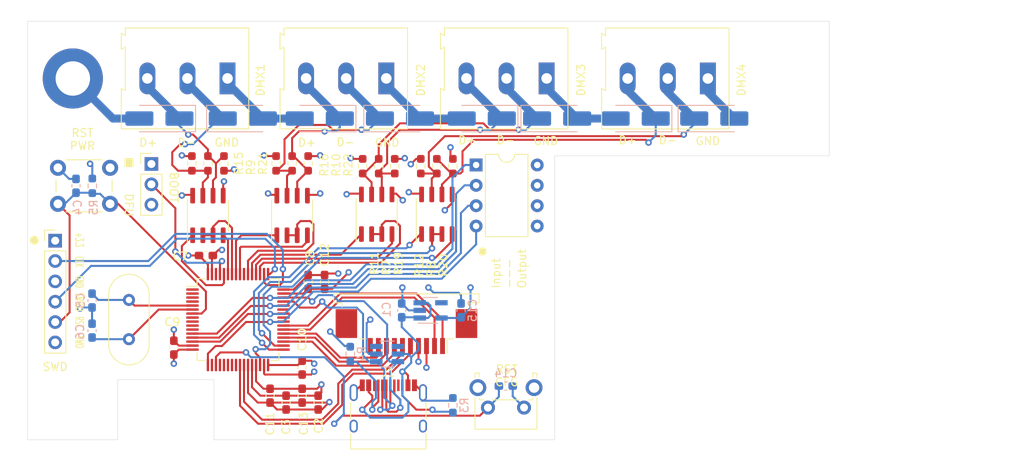
<source format=kicad_pcb>
(kicad_pcb (version 20221018) (generator pcbnew)
  (layers (0 "F.Cu" signal) (1 "In1.Cu" signal) (2 "In2.Cu" signal) (31 "B.Cu" signal) (34 "B.Paste" user) (35 "F.Paste" user) (36 "B.SilkS" user "B.Silkscreen") (37 "F.SilkS" user "F.Silkscreen") (38 "B.Mask" user) (39 "F.Mask" user) (44 "Edge.Cuts" user))
  (net 0 "")
  (net 1 "+5V")
  (net 2 "GND")
  (net 3 "NRST")
  (net 4 "/SWCLK")
  (net 5 "Net-(U3-PF0)")
  (net 6 "Net-(U3-PF1)")
  (net 7 "+3V3")
  (net 8 "Net-(D5-A1)")
  (net 9 "Net-(D6-A1)")
  (net 10 "Net-(D7-A1)")
  (net 11 "Net-(D8-A1)")
  (net 12 "Net-(D9-A1)")
  (net 13 "Net-(D10-A1)")
  (net 14 "Net-(D11-A1)")
  (net 15 "/SWDIO")
  (net 16 "/SWO")
  (net 17 "Net-(D12-A1)")
  (net 18 "Net-(J1-CC1)")
  (net 19 "USB+")
  (net 20 "USB-")
  (net 22 "Net-(J1-CC2)")
  (net 24 "Net-(JP1-C)")
  (net 25 "Net-(U3-PA0)")
  (net 26 "Net-(U3-PA1)")
  (net 27 "Net-(U3-PA2)")
  (net 28 "Net-(U3-PA3)")
  (net 36 "DMX2_TX")
  (net 37 "DMX2_RX")
  (net 38 "DMX2_DE")
  (net 47 "DMX4_TX")
  (net 48 "DMX4_RX")
  (net 49 "DMX4_DE")
  (net 50 "DMX1_TX")
  (net 51 "DMX1_RX")
  (net 52 "DMX3_DE")
  (net 53 "DMX3_TX")
  (net 54 "DMX3_RX")
  (net 55 "DMX1_DE")
  (net 58 "SDA")
  (net 59 "SCL")
  (net 67 "Net-(U3-PA5)")
  (net 68 "Net-(J2-Pin_7)")
  (net 69 "Net-(J2-Pin_8)")
  (net 70 "Net-(J2-Pin_9)")
  (net 71 "Net-(J2-Pin_5)")
  (net 73 "Net-(J2-Pin_6)")
  (footprint "Resistor_SMD:R_0603_1608Metric_Pad0.98x0.95mm_HandSolder" (layer "F.Cu") (at 74.55 93.35 -90)
    (fp_text reference "R7")
    (fp_text value "130")
  )
  (footprint "Resistor_SMD:R_0603_1608Metric_Pad0.98x0.95mm_HandSolder" (layer "F.Cu") (at 61.75 93 90)
    (fp_text reference "R16")
    (fp_text value "560")
  )
  (footprint "TerminalBlock:TerminalBlock_Altech_AK300-3_P5.00mm" (layer "F.Cu") (at 115.6 82.4 180)
    (fp_text reference "J4" hide)
    (fp_text value "DMX")
  )
  (footprint "TerminalBlock:TerminalBlock_Altech_AK300-3_P5.00mm" (layer "F.Cu") (at 95.495 82.39 180)
    (fp_text reference "J3" hide)
    (fp_text value "DMX")
  )
  (footprint "TerminalBlock:TerminalBlock_Altech_AK300-3_P5.00mm" (layer "F.Cu") (at 75.495 82.39 180)
    (fp_text reference "J6" hide)
    (fp_text value "DMX")
  )
  (footprint "Capacitor_SMD:C_0603_1608Metric_Pad1.08x0.95mm_HandSolder" (layer "F.Cu") (at 65.75 107.8 90)
    (fp_text reference "C8")
    (fp_text value "100nF")
  )
  (footprint "Capacitor_SMD:C_0603_1608Metric_Pad1.08x0.95mm_HandSolder" (layer "F.Cu") (at 61 122 90)
    (fp_text reference "C11")
    (fp_text value "10nF")
  )
  (footprint "Resistor_SMD:R_0603_1608Metric_Pad0.98x0.95mm_HandSolder" (layer "F.Cu") (at 65.75 93 90)
    (fp_text reference "R22")
    (fp_text value "560")
  )
  (footprint "Connector_PinHeader_2.54mm:PinHeader_1x06_P2.54mm_Vertical" (layer "F.Cu") (at 34.2 102.65)
    (fp_text reference "J8" hide)
    (fp_text value "SWD")
  )
  (footprint "Connector_FFC-FPC:TE_1-84953-0_1x10-1MP_P1.0mm_Horizontal" (layer "F.Cu") (at 78.01 114 180)
    (fp_text reference "J2" hide)
    (fp_text value "Subboard")
  )
  (footprint "TerminalBlock:TerminalBlock_Altech_AK300-3_P5.00mm" (layer "F.Cu") (at 55.695 82.39 180)
    (fp_text reference "J5" hide)
    (fp_text value "DMX")
  )
  (footprint "Capacitor_SMD:C_0603_1608Metric_Pad1.08x0.95mm_HandSolder" (layer "F.Cu") (at 67.8 107.8 90)
    (fp_text reference "C12")
    (fp_text value "4.7uF")
  )
  (footprint "Package_DIP:DIP-8_W7.62mm" (layer "F.Cu") (at 86.7 93.2)
    (fp_text reference "SW2" hide)
    (fp_text value "SW_DIP_x04")
  )
  (footprint "MountingHole:MountingHole_3.2mm_M3" (layer "F.Cu") (at 36.8 123.2)
    (fp_text reference "REF**" hide)
    (fp_text value "MountingHole_3.2mm_M3")
  )
  (footprint "Resistor_SMD:R_0603_1608Metric_Pad0.98x0.95mm_HandSolder" (layer "F.Cu") (at 81.8 93.35 90)
    (fp_text reference "R8")
    (fp_text value "130")
  )
  (footprint "Button_Switch_THT:SW_PUSH_6mm" (layer "F.Cu") (at 34.55 93.55)
    (fp_text reference "SW1" hide)
    (fp_text value "SW_Push")
  )
  (footprint "Capacitor_SMD:C_0603_1608Metric_Pad1.08x0.95mm_HandSolder" (layer "F.Cu") (at 53 104.5 180)
    (fp_text reference "C7")
    (fp_text value "100nF")
  )
  (footprint "Package_SO:SOIC-8_3.9x4.9mm_P1.27mm" (layer "F.Cu") (at 74.3 99.35 90)
    (fp_text reference "U6" hide)
    (fp_text value "MAX3440E")
  )
  (footprint "MountingHole:MountingHole_3.2mm_M3" (layer "F.Cu") (at 91.5 113)
    (fp_text reference "REF**" hide)
    (fp_text value "MountingHole_3.2mm_M3")
  )
  (footprint "Package_QFP:LQFP-64_10x10mm_P0.5mm" (layer "F.Cu") (at 57 112.5)
    (fp_text reference "U3" hide)
    (fp_text value "STM32G474RET")
  )
  (footprint "Capacitor_SMD:C_0603_1608Metric_Pad1.08x0.95mm_HandSolder" (layer "F.Cu") (at 65 118.5 90)
    (fp_text reference "C10")
    (fp_text value "100nF")
  )
  (footprint "Resistor_SMD:R_0603_1608Metric_Pad0.98x0.95mm_HandSolder" (layer "F.Cu") (at 55.25 93 -90)
    (fp_text reference "R21")
    (fp_text value "560")
  )
  (footprint "Capacitor_SMD:C_0603_1608Metric_Pad1.08x0.95mm_HandSolder" (layer "F.Cu") (at 63 122.8625 -90)
    (fp_text reference "C3")
    (fp_text value "100nF")
  )
  (footprint "Resistor_SMD:R_0603_1608Metric_Pad0.98x0.95mm_HandSolder" (layer "F.Cu") (at 63.75 93 90)
    (fp_text reference "R10")
    (fp_text value "130")
  )
  (footprint "Capacitor_SMD:C_0603_1608Metric_Pad1.08x0.95mm_HandSolder" (layer "F.Cu") (at 67 122.8625 -90)
    (fp_text reference "C2")
    (fp_text value "1uF")
  )
  (footprint "Resistor_SMD:R_0603_1608Metric_Pad0.98x0.95mm_HandSolder" (layer "F.Cu") (at 79.8 93.35 90)
    (fp_text reference "R12")
    (fp_text value "560")
  )
  (footprint "Package_SO:SOIC-8_3.9x4.9mm_P1.27mm" (layer "F.Cu") (at 63.75 99.5 90)
    (fp_text reference "U7" hide)
    (fp_text value "MAX3440E")
  )
  (footprint "Crystal:Crystal_HC18-U_Vertical" (layer "F.Cu") (at 43.4 110.05 -90)
    (fp_text reference "Y1" hide)
    (fp_text value "25MHz")
  )
  (footprint "Button_Switch_THT:SW_Tactile_SPST_Angled_PTS645Vx39-2LFS" (layer "F.Cu") (at 92.675 123.4875 180)
    (fp_text reference "SW3" hide)
    (fp_text value "SW_Push")
  )
  (footprint "Resistor_SMD:R_0603_1608Metric_Pad0.98x0.95mm_HandSolder" (layer "F.Cu") (at 83.8 93.35 -90)
    (fp_text reference "R20")
    (fp_text value "560")
  )
  (footprint "Resistor_SMD:R_0603_1608Metric_Pad0.98x0.95mm_HandSolder" (layer "F.Cu") (at 72.55 93.35 90)
    (fp_text reference "R11")
    (fp_text value "560")
  )
  (footprint "Resistor_SMD:R_0603_1608Metric_Pad0.98x0.95mm_HandSolder" (layer "F.Cu") (at 51.25 93 90)
    (fp_text reference "R15")
    (fp_text value "560")
  )
  (footprint "Capacitor_SMD:C_0603_1608Metric_Pad1.08x0.95mm_HandSolder" (layer "F.Cu") (at 49 116 -90)
    (fp_text reference "C9")
    (fp_text value "100nF")
  )
  (footprint "Capacitor_SMD:C_0603_1608Metric_Pad1.08x0.95mm_HandSolder" (layer "F.Cu") (at 65 122 90)
    (fp_text reference "C13")
    (fp_text value "1uF")
  )
  (footprint "Resistor_SMD:R_0603_1608Metric_Pad0.98x0.95mm_HandSolder" (layer "F.Cu") (at 76.55 93.35 -90)
    (fp_text reference "R19")
    (fp_text value "560")
  )
  (footprint "Package_SO:SOIC-8_3.9x4.9mm_P1.27mm" (layer "F.Cu") (at 81.8 99.35 90)
    (fp_text reference "U5" hide)
    (fp_text value "MAX3440E")
  )
  (footprint "Package_SO:SOIC-8_3.9x4.9mm_P1.27mm" (layer "F.Cu") (at 53.25 99.5 90)
    (fp_text reference "U8" hide)
    (fp_text value "MAX3440E")
  )
  (footprint "Resistor_SMD:R_0603_1608Metric_Pad0.98x0.95mm_HandSolder" (layer "F.Cu") (at 53.25 93 90)
    (fp_text reference "R9")
    (fp_text value "130")
  )
  (footprint "Connector_PinHeader_2.54mm:PinHeader_1x03_P2.54mm_Vertical" (layer "F.Cu") (at 46.2 93.075)
    (fp_text reference "JP1" hide)
    (fp_text value "Jumper_3_Bridged12")
  )
  (footprint "MountingHole:MountingHole_3.2mm_M3" (layer "F.Cu") (at 124 82.6)
    (fp_text reference "REF**" hide)
    (fp_text value "MountingHole_3.2mm_M3")
  )
  (footprint "Connector_USB:USB_C_Receptacle_HRO_TYPE-C-31-M-12" (layer "F.Cu") (at 75.75 124.75)
    (fp_text reference "J1")
    (fp_text value "USB_C_Receptacle_USB2.0")
  )
  (footprint "Resistor_SMD:R_0603_1608Metric_Pad0.98x0.95mm_HandSolder" (layer "B.Cu") (at 71 116.8 90)
    (fp_text reference "R4")
    (fp_text value "5K1")
  )
  (footprint "Resistor_SMD:R_0603_1608Metric_Pad0.98x0.95mm_HandSolder" (layer "B.Cu") (at 38.83 95.8 -90)
    (fp_text reference "R5")
    (fp_text value "4K7")
  )
  (footprint "Capacitor_SMD:C_0603_1608Metric_Pad1.08x0.95mm_HandSolder" (layer "B.Cu") (at 36.8 95.8 90)
    (fp_text reference "C4")
    (fp_text value "100nF")
  )
  (footprint "Resistor_SMD:R_0603_1608Metric_Pad0.98x0.95mm_HandSolder" (layer "B.Cu") (at 83.8 123.2 90)
    (fp_text reference "R3")
    (fp_text value "5K1")
  )
  (footprint "Diode_SMD:D_SMA_Handsoldering" (layer "B.Cu") (at 67.2 87.4 180)
    (fp_text reference "D11" hide)
    (fp_text value "D_TVS")
  )
  (footprint "Capacitor_SMD:C_0603_1608Metric_Pad1.08x0.95mm_HandSolder" (layer "B.Cu") (at 38.8 110.125 -90)
    (fp_text reference "C5")
    (fp_text value "20pF")
  )
  (footprint "Diode_SMD:D_SMA_Handsoldering" (layer "B.Cu") (at 106.6 87.4 180)
    (fp_text reference "D7" hide)
    (fp_text value "D_TVS")
  )
  (footprint "Diode_SMD:D_SMA_Handsoldering" (layer "B.Cu") (at 57.6 87.4)
    (fp_text reference "D10" hide)
    (fp_text value "D_TVS")
  )
  (footprint "Capacitor_SMD:C_0603_1608Metric_Pad1.08x0.95mm_HandSolder" (layer "B.Cu") (at 77.42 111.35 90)
    (fp_text reference "C1")
    (fp_text value "1μF")
  )
  (footprint "Capacitor_SMD:C_0603_1608Metric_Pad1.08x0.95mm_HandSolder" (layer "B.Cu") (at 84.82 111.35 90)
    (fp_text reference "C15")
    (fp_text value "1μF")
  )
  (footprint "Diode_SMD:D_SMA_Handsoldering" (layer "B.Cu") (at 47.2 87.4 180)
    (fp_text reference "D9" hide)
    (fp_text value "D_TVS")
  )
  (footprint "Diode_SMD:D_SMA_Handsoldering" (layer "B.Cu") (at 116.4 87.4)
    (fp_text reference "D8" hide)
    (fp_text value "D_TVS")
  )
  (footprint "Capacitor_SMD:C_0603_1608Metric_Pad1.08x0.95mm_HandSolder" (layer "B.Cu") (at 38.8 113.875 90)
    (fp_text reference "C6")
    (fp_text value "20pF")
  )
  (footprint "MountingHole:MountingHole_4.3mm_M4_DIN965_Pad" (layer "B.Cu") (at 36.4 82.4 180)
    (fp_text reference "J9" hide)
    (fp_text value "Conn_01x01")
  )
  (footprint "Diode_SMD:D_SMA_Handsoldering" (layer "B.Cu") (at 77.2 87.4)
    (fp_text reference "D12" hide)
    (fp_text value "D_TVS")
  )
  (footprint "Package_TO_SOT_SMD:SOT-23-6_Handsoldering" (layer "B.Cu") (at 75.6 116.8)
    (fp_text reference "U1" hide)
    (fp_text value "ESDALD05UD4")
  )
  (footprint "Diode_SMD:D_SMA_Handsoldering" (layer "B.Cu") (at 96.8 87.4)
    (fp_text reference "D6" hide)
    (fp_text value "D_TVS")
  )
  (footprint "Package_TO_SOT_SMD:SOT-23-5_HandSoldering" (layer "B.Cu") (at 81.02 111.35)
    (fp_text reference "U2" hide)
    (fp_text value "AP2112K-3.3")
  )
  (footprint "Diode_SMD:D_SMA_Handsoldering" (layer "B.Cu") (at 87.4 87.4 180)
    (fp_text reference "D5" hide)
    (fp_text value "D_TVS")
  )
  (footprint "Capacitor_SMD:C_0603_1608Metric_Pad1.08x0.95mm_HandSolder" (layer "B.Cu") (at 90.4 120.8)
    (fp_text reference "C14")
    (fp_text value "100nF")
  )
  (gr_circle (center 87.5 104) (end 87.947214 104) (stroke (width 0.12)) (fill solid) (layer "F.SilkS"))
  (gr_rect (start 42.902046 92.4) (end 43.897955 93.4) (stroke (width 0.12)) (fill solid) (layer "F.SilkS"))
  (gr_circle (center 31.6 102.6) (end 32.095909 102.6) (stroke (width 0.12)) (fill solid) (layer "F.SilkS"))
  (gr_poly (pts (xy 30.75 75.25) (xy 130.75 75.25) (xy 130.75 92.05) (xy 96.5 92.05) (xy 96.5 127.5) (xy 54 127.5) (xy 54 120) (xy 42 120) (xy 42 127.5) (xy 30.75 127.5)) (stroke (width 0.05)) (fill none) (layer "Edge.Cuts"))
  (gr_text "D+" (at 105.6 90.1) (layer "F.SilkS") (effects (font (size 1 1))))
  (gr_text "D+" (at 85.6 90.1) (layer "F.SilkS") (effects (font (size 1 1))))
  (gr_text "D-" (at 50.6 90.4) (layer "F.SilkS") (effects (font (size 1 1))))
  (gr_text "D+" (at 45.8 90.4) (layer "F.SilkS") (effects (font (size 1 1))))
  (gr_text "SWO" (at 37.2 115.3 270) (layer "F.SilkS") (effects (font (size 1 0.5) (thickness 0.125))))
  (gr_text "GND" (at 115.6 90.2) (layer "F.SilkS") (effects (font (size 1 1))))
  (gr_text "SWDIO" (at 37.2 110.3 270) (layer "F.SilkS") (effects (font (size 1 0.5) (thickness 0.125))))
  (gr_text "DMX3" (at 99.8 82.6 90) (layer "F.SilkS") (effects (font (size 1 1))))
  (gr_text "SWD" (at 34.2 118.4) (layer "F.SilkS") (effects (font (size 1 1))))
  (gr_text "D+" (at 65.6 90.4) (layer "F.SilkS") (effects (font (size 1 1))))
  (gr_text "D-" (at 70.4 90.35) (layer "F.SilkS") (effects (font (size 1 1))))
  (gr_text "D-" (at 90.4 90.1) (layer "F.SilkS") (effects (font (size 1 1))))
  (gr_text "D-" (at 110.6 90.1) (layer "F.SilkS") (effects (font (size 1 1))))
  (gr_text "+3.3" (at 37.2 102.55 270) (layer "F.SilkS") (effects (font (size 1 0.5) (thickness 0.125))))
  (gr_text "GND" (at 55.6 90.4) (layer "F.SilkS") (effects (font (size 1 1))))
  (gr_text "GND" (at 75.6 90.4) (layer "F.SilkS") (effects (font (size 1 1))))
  (gr_text "DFU\n" (at 43.4 98.2 270) (layer "F.SilkS") (effects (font (size 1 1))))
  (gr_text "DMX4" (at 119.8 82.6 90) (layer "F.SilkS") (effects (font (size 1 1))))
  (gr_text "GND" (at 95.4 90.2) (layer "F.SilkS") (effects (font (size 1 1))))
  (gr_text "Input\n---\nOutput" (at 93 108.7 90) (layer "F.SilkS") (effects (font (size 1 1)) (justify left bottom)))
  (gr_text "GND" (at 37.2 107.8 270) (layer "F.SilkS") (effects (font (size 1 0.5) (thickness 0.125))))
  (gr_text "DMX2" (at 79.8 82.6 90) (layer "F.SilkS") (effects (font (size 1 1))))
  (gr_text "RST" (at 37.2 112.8 270) (layer "F.SilkS") (effects (font (size 1 0.5) (thickness 0.125))))
  (gr_text "RST\nCFG" (at 90.5 119.5) (layer "F.SilkS") (effects (font (size 1 1))))
  (gr_text "CLK" (at 37.2 105.3 270) (layer "F.SilkS") (effects (font (size 1 0.5) (thickness 0.125))))
  (gr_text "BOOT" (at 49 96 270) (layer "F.SilkS") (effects (font (size 1 1))))
  (gr_text "RST\nPWR" (at 37.6 90) (layer "F.SilkS") (effects (font (size 1 1))))
  (gr_text "DMX1" (at 59.8 82.6 90) (layer "F.SilkS") (effects (font (size 1 1))))
  (segment (start 73.75 122.5) (end 72.5 123.75) (width 0.25) (layer "F.Cu") (net 1))
  (segment (start 77.5 119) (end 77.75 119) (width 0.25) (layer "F.Cu") (net 1))
  (segment (start 73.3 120.705) (end 73.3 121.55) (width 0.25) (layer "F.Cu") (net 1))
  (segment (start 73.75 122) (end 73.75 122.5) (width 0.25) (layer "F.Cu") (net 1))
  (segment (start 77.75 119) (end 78.2 119.45) (width 0.25) (layer "F.Cu") (net 1))
  (segment (start 78.2 119.45) (end 78.2 120.705) (width 0.25) (layer "F.Cu") (net 1))
  (segment (start 73.3 121.55) (end 73.75 122) (width 0.25) (layer "F.Cu") (net 1))
  (via (at 77.5 119) (size 0.8) (drill 0.4) (layers "F.Cu" "B.Cu") (net 1))
  (via (at 72.5 123.75) (size 0.8) (drill 0.4) (layers "F.Cu" "B.Cu") (net 1))
  (segment (start 77.5 122) (end 77.5 119) (width 0.25) (layer "B.Cu") (net 1))
  (segment (start 77.42 112.2125) (end 79.5825 112.2125) (width 0.25) (layer "B.Cu") (net 1))
  (segment (start 78.25 122.75) (end 77.5 122) (width 0.25) (layer "B.Cu") (net 1))
  (segment (start 78.6 117.2) (end 78.2 116.8) (width 0.25) (layer "B.Cu") (net 1))
  (segment (start 72.5 123.75) (end 73.5 124.75) (width 0.25) (layer "B.Cu") (net 1))
  (segment (start 81 110.75) (end 80.65 110.4) (width 0.25) (layer "B.Cu") (net 1))
  (segment (start 79.5825 112.2125) (end 79.67 112.3) (width 0.25) (layer "B.Cu") (net 1))
  (segment (start 77.5 119) (end 78.6 117.9) (width 0.25) (layer "B.Cu") (net 1))
  (segment (start 80.65 110.4) (end 79.67 110.4) (width 0.25) (layer "B.Cu") (net 1))
  (segment (start 78.25 124) (end 78.25 122.75) (width 0.25) (layer "B.Cu") (net 1))
  (segment (start 79.67 112.3) (end 80.7 112.3) (width 0.25) (layer "B.Cu") (net 1))
  (segment (start 77.42 113.42) (end 77.42 112.2125) (width 0.25) (layer "B.Cu") (net 1))
  (segment (start 79.5 115.5) (end 77.42 113.42) (width 0.25) (layer "B.Cu") (net 1))
  (segment (start 78.6 117.9) (end 78.6 117.2) (width 0.25) (layer "B.Cu") (net 1))
  (segment (start 81 112) (end 81 110.75) (width 0.25) (layer "B.Cu") (net 1))
  (segment (start 80.7 112.3) (end 81 112) (width 0.25) (layer "B.Cu") (net 1))
  (segment (start 73.5 124.75) (end 77.5 124.75) (width 0.25) (layer "B.Cu") (net 1))
  (segment (start 78.6 117.2) (end 79.5 116.3) (width 0.25) (layer "B.Cu") (net 1))
  (segment (start 78.2 116.8) (end 76.95 116.8) (width 0.25) (layer "B.Cu") (net 1))
  (segment (start 77.5 124.75) (end 78.25 124) (width 0.25) (layer "B.Cu") (net 1))
  (segment (start 79.5 116.3) (end 79.5 115.5) (width 0.25) (layer "B.Cu") (net 1))
  (segment (start 65 119.3625) (end 66.1375 119.3625) (width 0.25) (layer "F.Cu") (net 2))
  (segment (start 68.3375 122.8625) (end 68.4 122.8) (width 0.25) (layer "F.Cu") (net 2))
  (segment (start 65.75 108.6625) (end 67.8 108.6625) (width 0.25) (layer "F.Cu") (net 2))
  (segment (start 55.155 96.925) (end 55.155 95.345) (width 0.25) (layer "F.Cu") (net 2))
  (segment (start 55.155 95.345) (end 55.25 95.25) (width 0.25) (layer "F.Cu") (net 2))
  (segment (start 71.05 92.35) (end 71.1375 92.4375) (width 0.25) (layer "F.Cu") (net 2))
  (segment (start 72.345 120.705) (end 71.43 121.62) (width 0.25) (layer "F.Cu") (net 2))
  (segment (start 71.1375 92.4375) (end 72.55 92.4375) (width 0.25) (layer "F.Cu") (net 2))
  (segment (start 54.5625 103.8) (end 53.8625 104.5) (width 0.25) (layer "F.Cu") (net 2))
  (segment (start 60.3375 92.0875) (end 60.25 92) (width 0.25) (layer "F.Cu") (net 2))
  (segment (start 59.4625 122.8625) (end 58.25 121.65) (width 0.25) (layer "F.Cu") (net 2))
  (segment (start 72.5 120.705) (end 72.345 120.705) (width 0.25) (layer "F.Cu") (net 2))
  (segment (start 80.51 118.49) (end 80.5 118.5) (width 0.25) (layer "F.Cu") (net 2))
  (segment (start 79.8 92.4375) (end 79.2125 92.4375) (width 0.25) (layer "F.Cu") (net 2))
  (segment (start 49 115.1375) (end 49 113.75) (width 0.25) (layer "F.Cu") (net 2))
  (segment (start 79.155 120.705) (end 80.07 121.62) (width 0.25) (layer "F.Cu") (net 2))
  (segment (start 65.655 96.925) (end 67.075 96.925) (width 0.25) (layer "F.Cu") (net 2))
  (segment (start 51.25 92.0875) (end 50.0875 92.0875) (width 0.25) (layer "F.Cu") (net 2))
  (segment (start 61.8625 123.725) (end 63 123.725) (width 0.25) (layer "F.Cu") (net 2))
  (segment (start 53.75 106.825) (end 53.75 104.6125) (width 0.25) (layer "F.Cu") (net 2))
  (segment (start 60.25 118.175) (end 60.25 119.25) (width 0.25) (layer "F.Cu") (net 2))
  (segment (start 68.7375 108.6625) (end 67.8 108.6625) (width 0.25) (layer "F.Cu") (net 2))
  (segment (start 61 122.8625) (end 59.4625 122.8625) (width 0.25) (layer "F.Cu") (net 2))
  (segment (start 79 120.705) (end 79.155 120.705) (width 0.25) (layer "F.Cu") (net 2))
  (segment (start 61 122.8625) (end 61.8625 123.725) (width 0.25) (layer "F.Cu") (net 2))
  (segment (start 83.705 97.945) (end 83.705 96.775) (width 0.25) (layer "F.Cu") (net 2))
  (segment (start 51.325 115.75) (end 49.6125 115.75) (width 0.25) (layer "F.Cu") (net 2))
  (segment (start 60.3625 119.3625) (end 65 119.3625) (width 0.25) (layer "F.Cu") (net 2))
  (segment (start 67.475 123.725) (end 68.4 122.8) (width 0.25) (layer "F.Cu") (net 2))
  (segment (start 63 123.725) (end 67 123.725) (width 0.25) (layer "F.Cu") (net 2))
  (segment (start 61 122.8625) (end 65 122.8625) (width 0.25) (layer "F.Cu") (net 2))
  (segment (start 67 123.725) (end 67.475 123.725) (width 0.25) (layer "F.Cu") (net 2))
  (segment (start 55 103.8) (end 54.5625 103.8) (width 0.25) (layer "F.Cu") (net 2))
  (segment (start 66.1375 119.3625) (end 66.5 119) (width 0.25) (layer "F.Cu") (net 2))
  (segment (start 67.075 96.925) (end 67.25 96.75) (width 0.25) (layer "F.Cu") (net 2))
  (segment (start 76.725 96.775) (end 77.55 97.6) (width 0.25) (layer "F.Cu") (net 2))
  (segment (start 62.675 109.25) (end 65.1625 109.25) (width 0.25) (layer "F.Cu") (net 2))
  (segment (start 60.25 119.25) (end 60.3625 119.3625) (width 0.25) (layer "F.Cu") (net 2))
  (segment (start 65.1625 109.25) (end 65.75 108.6625) (width 0.25) (layer "F.Cu") (net 2))
  (segment (start 65 122.8625) (end 68.3375 122.8625) (width 0.25) (layer "F.Cu") (net 2))
  (segment (start 76.205 96.775) (end 76.725 96.775) (width 0.25) (layer "F.Cu") (net 2))
  (segment (start 53.75 104.6125) (end 53.8625 104.5) (width 0.25) (layer "F.Cu") (net 2))
  (segment (start 79.2125 92.4375) (end 78.55 93.1) (width 0.25) (layer "F.Cu") (net 2))
  (segment (start 49.6125 115.75) (end 49 115.1375) (width 0.25) (layer "F.Cu") (net 2))
  (segment (start 82.8 98.85) (end 83.705 97.945) (width 0.25) (layer "F.Cu") (net 2))
  (segment (start 50.0875 92.0875) (end 50 92) (width 0.25) (layer "F.Cu") (net 2))
  (segment (start 70.8 106.6) (end 68.7375 108.6625) (width 0.25) (layer "F.Cu") (net 2))
  (segment (start 61.75 92.0875) (end 60.3375 92.0875) (width 0.25) (layer "F.Cu") (net 2))
  (segment (start 80.51 115.8) (end 80.51 118.49) (width 0.25) (layer "F.Cu") (net 2))
  (segment (start 58.25 121.65) (end 58.25 118.175) (width 0.25) (layer "F.Cu") (net 2))
  (via (at 77.5 108.5) (size 0.8) (drill 0.4) (layers "F.Cu" "B.Cu") (net 2))
  (via (at 70.8 106.6) (size 0.8) (drill 0.4) (layers "F.Cu" "B.Cu") (net 2))
  (via (at 60.25 92) (size 0.8) (drill 0.4) (layers "F.Cu" "B.Cu") (net 2))
  (via (at 82.8 98.85) (size 0.8) (drill 0.4) (layers "F.Cu" "B.Cu") (net 2))
  (via (at 68.4 122.8) (size 0.8) (drill 0.4) (layers "F.Cu" "B.Cu") (net 2))
  (via (at 80.5 118.5) (size 0.8) (drill 0.4) (layers "F.Cu" "B.Cu") (net 2))
  (via (at 77.55 97.6) (size 0.8) (drill 0.4) (layers "F.Cu" "B.Cu") (net 2))
  (via (at 37.3 111.125) (size 0.8) (drill 0.4) (layers "F.Cu" "B.Cu") (net 2))
  (via (at 50 92) (size 0.8) (drill 0.4) (layers "F.Cu" "B.Cu") (net 2))
  (via (at 78.55 93.1) (size 0.8) (drill 0.4) (layers "F.Cu" "B.Cu") (net 2))
  (via (at 67.25 96.75) (size 0.8) (drill 0.4) (layers "F.Cu" "B.Cu") (net 2))
  (via (at 66.5 119) (size 0.8) (drill 0.4) (layers "F.Cu" "B.Cu") (net 2))
  (via (at 68.5 114) (size 0.8) (drill 0.4) (layers "F.Cu" "B.Cu") (net 2))
  (via (at 55 103.8) (size 0.8) (drill 0.4) (layers "F.Cu" "B.Cu") (net 2))
  (via (at 73.5 112.5) (size 0.8) (drill 0.4) (layers "F.Cu" "B.Cu") (net 2))
  (via (at 55.25 95.25) (size 0.8) (drill 0.4) (layers "F.Cu" "B.Cu") (net 2))
  (via (at 71.05 92.35) (size 0.8) (drill 0.4) (layers "F.Cu" "B.Cu") (net 2))
  (via (at 49 113.75) (size 0.8) (drill 0.4) (layers "F.Cu" "B.Cu") (net 2))
  (via (at 80.75 108.5) (size 0.8) (drill 0.4) (layers "F.Cu" "B.Cu") (net 2))
  (segment (start 38.8 110.9875) (end 37.4375 110.9875) (width 0.25) (layer "B.Cu") (net 2))
  (segment (start 79.67 111.35) (end 78.2825 111.35) (width 0.25) (layer "B.Cu") (net 2))
  (segment (start 74.25 116.8) (end 73.35 116.8) (width 0.25) (layer "B.Cu") (net 2))
  (segment (start 80.75 108.5) (end 81.4 109.15) (width 0.25) (layer "B.Cu") (net 2))
  (segment (start 73.05 112.95) (end 73.5 112.5) (width 0.25) (layer "B.Cu") (net 2))
  (segment (start 84.52 109.15) (end 84.82 109.45) (width 0.25) (layer "B.Cu") (net 2))
  (segment (start 81.4 109.15) (end 84.52 109.15) (width 0.25) (layer "B.Cu") (net 2))
  (segment (start 83.37 122.63) (end 83.8 122.2) (width 0.25) (layer "B.Cu") (net 2))
  (segment (start 37.4375 110.9875) (end 37.3 111.125) (width 0.25) (layer "B.Cu") (net 2))
  (segment (start 95.495 82.39) (end 95.495 83.595) (width 1) (layer "B.Cu") (net 2))
  (segment (start 44.7 87.4) (end 41.4 87.4) (width 1) (layer "B.Cu") (net 2))
  (segment (start 78.2825 111.35) (end 77.42 110.4875) (width 0.25) (layer "B.Cu") (net 2))
  (segment (start 35.9375 94.9375) (end 36.8 94.9375) (width 0.25) (layer "B.Cu") (net 2))
  (segment (start 77.5 108.5) (end 77.5 110.4075) (width 0.25) (layer "B.Cu") (net 2))
  (segment (start 75.495 83.195) (end 79.7 87.4) (width 1) (layer "B.Cu") (net 2))
  (segment (start 75.495 82.39) (end 75.495 83.195) (width 1) (layer "B.Cu") (net 2))
  (segment (start 84.82 109.45) (end 84.82 110.4875) (width 0.25) (layer "B.Cu") (net 2))
  (segment (start 95.495 83.595) (end 99.3 87.4) (width 1) (layer "B.Cu") (net 2))
  (segment (start 73.05 116.5) (end 73.05 112.95) (width 0.25) (layer "B.Cu") (net 2))
  (segment (start 115.6 84.1) (end 118.9 87.4) (width 1) (layer "B.Cu") (net 2))
  (segment (start 115.6 82.4) (end 115.6 84.1) (width 1) (layer "B.Cu") (net 2))
  (segment (start 73.35 116.8) (end 73.05 116.5) (width 0.25) (layer "B.Cu") (net 2))
  (segment (start 68.5 114) (end 70.3 115.8) (width 0.25) (layer "B.Cu") (net 2))
  (segment (start 64.7 87.4) (end 60.1 87.4) (width 1) (layer "B.Cu") (net 2))
  (segment (start 34.55 93.55) (end 35.9375 94.9375) (width 0.25) (layer "B.Cu") (net 2))
  (segment (start 70.3 115.8) (end 71 115.8) (width 0.25) (layer "B.Cu") (net 2))
  (segment (start 41.4 87.4) (end 36.4 82.4) (width 1) (layer "B.Cu") (net 2))
  (segment (start 55.695 82.995) (end 60.1 87.4) (width 1) (layer "B.Cu") (net 2))
  (segment (start 77.5 110.4075) (end 77.42 110.4875) (width 0.25) (layer "B.Cu") (net 2))
  (segment (start 79.925 122.63) (end 83.37 122.63) (width 0.25) (layer "B.Cu") (net 2))
  (segment (start 38.8 113.0125) (end 38.8 110.9875) (width 0.25) (layer "B.Cu") (net 2))
  (segment (start 104.1 87.4) (end 99.3 87.4) (width 1) (layer "B.Cu") (net 2))
  (segment (start 55.695 82.39) (end 55.695 82.995) (width 1) (layer "B.Cu") (net 2))
  (segment (start 84.9 87.4) (end 79.7 87.4) (width 1) (layer "B.Cu") (net 2))
  (segment (start 34.55 98.05) (end 36 99.5) (width 0.25) (layer "F.Cu") (net 3))
  (segment (start 36 99.5) (end 36 111.6) (width 0.25) (layer "F.Cu") (net 3))
  (segment (start 42.05 98.05) (end 41.05 98.05) (width 0.25) (layer "F.Cu") (net 3))
  (segment (start 34.79 112.81) (end 34.2 112.81) (width 0.25) (layer "F.Cu") (net 3))
  (segment (start 36 111.6) (end 34.79 112.81) (width 0.25) (layer "F.Cu") (net 3))
  (segment (start 53 109) (end 42.05 98.05) (width 0.25) (layer "F.Cu") (net 3))
  (segment (start 53 111.2) (end 53 109) (width 0.25) (layer "F.Cu") (net 3))
  (segment (start 51.325 111.75) (end 52.45 111.75) (width 0.25) (layer "F.Cu") (net 3))
  (segment (start 52.45 111.75) (end 53 111.2) (width 0.25) (layer "F.Cu") (net 3))
  (segment (start 36.8 96.6625) (end 38.6925 96.6625) (width 0.25) (layer "B.Cu") (net 3))
  (segment (start 34.55 98.05) (end 35.4125 98.05) (width 0.25) (layer "B.Cu") (net 3))
  (segment (start 38.6925 96.6625) (end 38.83 96.8) (width 0.25) (layer "B.Cu") (net 3))
  (segment (start 35.4125 98.05) (end 36.8 96.6625) (width 0.25) (layer "B.Cu") (net 3))
  (segment (start 38.83 96.8) (end 39.8 96.8) (width 0.25) (layer "B.Cu") (net 3))
  (segment (start 39.8 96.8) (end 41.05 98.05) (width 0.25) (layer "B.Cu") (net 3))
  (segment (start 62.6 106.2) (end 62.6 107.8) (width 0.25) (layer "F.Cu") (net 4))
  (segment (start 62.2 108.2) (end 60.6 108.2) (width 0.25) (layer "F.Cu") (net 4))
  (segment (start 62.6 107.8) (end 62.2 108.2) (width 0.25) (layer "F.Cu") (net 4))
  (segment (start 60.25 107.85) (end 60.25 106.825) (width 0.25) (layer "F.Cu") (net 4))
  (segment (start 60.6 108.2) (end 60.25 107.85) (width 0.25) (layer "F.Cu") (net 4))
  (via (at 62.6 106.2) (size 0.8) (drill 0.4) (layers "F.Cu" "B.Cu") (net 4))
  (segment (start 49.2 101.8) (end 45.81 105.19) (width 0.25) (layer "B.Cu") (net 4))
  (segment (start 60.6 101.8) (end 49.2 101.8) (width 0.25) (layer "B.Cu") (net 4))
  (segment (start 62.6 103.8) (end 60.6 101.8) (width 0.25) (layer "B.Cu") (net 4))
  (segment (start 62.6 106.2) (end 62.6 103.8) (width 0.25) (layer "B.Cu") (net 4))
  (segment (start 45.81 105.19) (end 34.2 105.19) (width 0.25) (layer "B.Cu") (net 4))
  (segment (start 43.4 110.05) (end 44.1 110.75) (width 0.25) (layer "F.Cu") (net 5))
  (segment (start 44.1 110.75) (end 51.325 110.75) (width 0.25) (layer "F.Cu") (net 5))
  (segment (start 39.5875 110.05) (end 38.8 109.2625) (width 0.25) (layer "B.Cu") (net 5))
  (segment (start 43.4 110.05) (end 39.5875 110.05) (width 0.25) (layer "B.Cu") (net 5))
  (segment (start 47.1 111.25) (end 43.4 114.95) (width 0.25) (layer "F.Cu") (net 6))
  (segment (start 51.325 111.25) (end 47.1 111.25) (width 0.25) (layer "F.Cu") (net 6))
  (segment (start 39.0125 114.95) (end 38.8 114.7375) (width 0.25) (layer "B.Cu") (net 6))
  (segment (start 43.4 114.95) (end 39.0125 114.95) (width 0.25) (layer "B.Cu") (net 6))
  (segment (start 65.75 106.9375) (end 67.8 106.9375) (width 0.25) (layer "F.Cu") (net 7))
  (segment (start 51.325 116.25) (end 49.6125 116.25) (width 0.25) (layer "F.Cu") (net 7))
  (segment (start 53.25 105.6125) (end 52.1375 104.5) (width 0.25) (layer "F.Cu") (net 7))
  (segment (start 50.075 96.925) (end 50 97) (width 0.25) (layer "F.Cu") (net 7))
  (segment (start 78.475 96.775) (end 78.3 96.6) (width 0.25) (layer "F.Cu") (net 7))
  (segment (start 66.1375 117.6375) (end 66.5 118) (width 0.25) (layer "F.Cu") (net 7))
  (segment (start 56.3375 93.9125) (end 56.5 93.75) (width 0.25) (layer "F.Cu") (net 7))
  (segment (start 53.25 106.825) (end 53.25 105.6125) (width 0.25) (layer "F.Cu") (net 7))
  (segment (start 72.395 96.775) (end 70.625 96.775) (width 0.25) (layer "F.Cu") (net 7))
  (segment (start 52.1375 104.5) (end 50.8 104.5) (width 0.25) (layer "F.Cu") (net 7))
  (segment (start 76.55 92.4375) (end 77.7125 92.4375) (width 0.25) (layer "F.Cu") (net 7))
  (segment (start 65 117.6375) (end 66.1375 117.6375) (width 0.25) (layer "F.Cu") (net 7))
  (segment (start 59.25 118.175) (end 59.25 120.2) (width 0.25) (layer "F.Cu") (net 7))
  (segment (start 60.75 118.175) (end 64.4625 118.175) (width 0.25) (layer "F.Cu") (net 7))
  (segment (start 49 116.8625) (end 49 118) (width 0.25) (layer "F.Cu") (net 7))
  (segment (start 63.9375 108.75) (end 65.75 106.9375) (width 0.25) (layer "F.Cu") (net 7))
  (segment (start 63 122) (end 67 122) (width 0.25) (layer "F.Cu") (net 7))
  (segment (start 79.895 96.775) (end 78.475 96.775) (width 0.25) (layer "F.Cu") (net 7))
  (segment (start 60.925 96.925) (end 60.75 96.75) (width 0.25) (layer "F.Cu") (net 7))
  (segment (start 79.51 117.75) (end 79.51 115.8) (width 0.25) (layer "F.Cu") (net 7))
  (segment (start 49.6125 116.25) (end 49 116.8625) (width 0.25) (layer "F.Cu") (net 7))
  (segment (start 66.8625 121.1375) (end 67.4 120.6) (width 0.25) (layer "F.Cu") (net 7))
  (segment (start 55.25 93.9125) (end 56.3375 93.9125) (width 0.25) (layer "F.Cu") (net 7))
  (segment (start 83.5 92.1375) (end 83.8 92.4375) (width 0.25) (layer "F.Cu") (net 7))
  (segment (start 83.5 91) (end 83.5 92.1375) (width 0.25) (layer "F.Cu") (net 7))
  (segment (start 51.345 96.925) (end 50.075 96.925) (width 0.25) (layer "F.Cu") (net 7))
  (segment (start 67.4 121.6) (end 67.4 120.6) (width 0.25) (layer "F.Cu") (net 7))
  (segment (start 64.4625 118.175) (end 65 117.6375) (width 0.25) (layer "F.Cu") (net 7))
  (segment (start 61 121.1375) (end 65 121.1375) (width 0.25) (layer "F.Cu") (net 7))
  (segment (start 58.75 120.95) (end 59.8 122) (width 0.25) (layer "F.Cu") (net 7))
  (segment (start 70.625 96.775) (end 70.55 96.85) (width 0.25) (layer "F.Cu") (net 7))
  (segment (start 67.8 106.9375) (end 67.9875 106.75) (width 0.25) (layer "F.Cu") (net 7))
  (segment (start 67.9875 106.75) (end 69.5 106.75) (width 0.25) (layer "F.Cu") (net 7))
  (segment (start 59.8 122) (end 63 122) (width 0.25) (layer "F.Cu") (net 7))
  (segment (start 58.75 118.175) (end 58.75 120.95) (width 0.25) (layer "F.Cu") (net 7))
  (segment (start 65.75 92.0875) (end 67.1625 92.0875) (width 0.25) (layer "F.Cu") (net 7))
  (segment (start 62.675 108.75) (end 63.9375 108.75) (width 0.25) (layer "F.Cu") (net 7))
  (segment (start 67.1625 92.0875) (end 67.25 92) (width 0.25) (layer "F.Cu") (net 7))
  (segment (start 67 122) (end 67.4 121.6) (width 0.25) (layer "F.Cu") (net 7))
  (segment (start 60.1875 121.1375) (end 61 121.1375) (width 0.25) (layer "F.Cu") (net 7))
  (segment (start 59.25 120.2) (end 60.1875 121.1375) (width 0.25) (layer "F.Cu") (net 7))
  (segment (start 61.845 96.925) (end 60.925 96.925) (width 0.25) (layer "F.Cu") (net 7))
  (segment (start 77.7125 92.4375) (end 77.8 92.35) (width 0.25) (layer "F.Cu") (net 7))
  (segment (start 65 121.1375) (end 66.8625 121.1375) (width 0.25) (layer "F.Cu") (net 7))
  (via (at 66.5 118) (size 0.8) (drill 0.4) (layers "F.Cu" "B.Cu") (net 7))
  (via (at 78.3 96.6) (size 0.8) (drill 0.4) (layers "F.Cu" "B.Cu") (net 7))
  (via (at 79.51 117.75) (size 0.8) (drill 0.4) (layers "F.Cu" "B.Cu") (net 7))
  (via (at 56.5 93.75) (size 0.8) (drill 0.4) (layers "F.Cu" "B.Cu") (net 7))
  (via (at 60.75 96.75) (size 0.8) (drill 0.4) (layers "F.Cu" "B.Cu") (net 7))
  (via (at 38.55 93.05) (size 0.8) (drill 0.4) (layers "F.Cu" "B.Cu") (net 7))
  (via (at 49 118) (size 0.8) (drill 0.4) (layers "F.Cu" "B.Cu") (net 7))
  (via (at 86 108.5) (size 0.8) (drill 0.4) (layers "F.Cu" "B.Cu") (net 7))
  (via (at 70.55 96.85) (size 0.8) (drill 0.4) (layers "F.Cu" "B.Cu") (net 7))
  (via (at 77.8 92.35) (size 0.8) (drill 0.4) (layers "F.Cu" "B.Cu") (net 7))
  (via (at 83.5 91) (size 0.8) (drill 0.4) (layers "F.Cu" "B.Cu") (net 7))
  (via (at 50 97) (size 0.8) (drill 0.4) (layers "F.Cu" "B.Cu") (net 7))
  (via (at 50.8 104.5) (size 0.8) (drill 0.4) (layers "F.Cu" "B.Cu") (net 7))
  (via (at 67.4 120.6) (size 0.8) (drill 0.4) (layers "F.Cu" "B.Cu") (net 7))
  (via (at 69.5 106.75) (size 0.8) (drill 0.4) (layers "F.Cu" "B.Cu") (net 7))
  (via (at 67.25 92) (size 0.8) (drill 0.4) (layers "F.Cu" "B.Cu") (net 7))
  (segment (start 84.7325 112.3) (end 84.82 112.2125) (width 0.25) (layer "B.Cu") (net 7))
  (segment (start 38.83 93.33) (end 38.55 93.05) (width 0.25) (layer "B.Cu") (net 7))
  (segment (start 86 111.0325) (end 84.82 112.2125) (width 0.25) (layer "B.Cu") (net 7))
  (segment (start 82.37 112.3) (end 84.7325 112.3) (width 0.25) (layer "B.Cu") (net 7))
  (segment (start 91.2625 122.075) (end 92.675 123.4875) (width 0.25) (layer "B.Cu") (net 7))
  (segment (start 91.2625 120.8) (end 91.2625 122.075) (width 0.25) (layer "B.Cu") (net 7))
  (segment (start 86 108.5) (end 86 111.0325) (width 0.25) (layer "B.Cu") (net 7))
  (segment (start 38.83 94.8) (end 38.83 93.33) (width 0.25) (layer "B.Cu") (net 7))
  (segment (start 74.935 94.6475) (end 74.55 94.2625) (width 0.25) (layer "F.Cu") (net 8))
  (segment (start 74.55 94.2625) (end 76.55 94.2625) (width 0.25) (layer "F.Cu") (net 8))
  (segment (start 74.55 94.05) (end 75.6 93) (width 0.25) (layer "F.Cu") (net 8))
  (segment (start 75.6 90.4) (end 77.2 88.8) (width 0.25) (layer "F.Cu") (net 8))
  (segment (start 75.6 93) (end 75.6 90.4) (width 0.25) (layer "F.Cu") (net 8))
  (segment (start 77.2 88.8) (end 87.2 88.8) (width 0.25) (layer "F.Cu") (net 8))
  (segment (start 74.55 94.2625) (end 74.55 94.05) (width 0.25) (layer "F.Cu") (net 8))
  (segment (start 74.935 96.875) (end 74.935 94.6475) (width 0.25) (layer "F.Cu") (net 8))
  (via (at 87.2 88.8) (size 0.8) (drill 0.4) (layers "F.Cu" "B.Cu") (net 8))
  (segment (start 88.5 88.8) (end 89.9 87.4) (width 0.25) (layer "B.Cu") (net 8))
  (segment (start 85.495 82.39) (end 85.495 82.995) (width 1) (layer "B.Cu") (net 8))
  (segment (start 85.495 82.995) (end 89.9 87.4) (width 1) (layer "B.Cu") (net 8))
  (segment (start 87.2 88.8) (end 88.5 88.8) (width 0.25) (layer "B.Cu") (net 8))
  (segment (start 74.55 92.4375) (end 74.55 90.65) (width 0.25) (layer "F.Cu") (net 9))
  (segment (start 88.4 88.8) (end 92 88.8) (width 0.25) (layer "F.Cu") (net 9))
  (segment (start 72.725 94.2625) (end 74.55 92.4375) (width 0.25) (layer "F.Cu") (net 9))
  (segment (start 77.2 88) (end 87.6 88) (width 0.25) (layer "F.Cu") (net 9))
  (segment (start 73.665 95.3775) (end 72.55 94.2625) (width 0.25) (layer "F.Cu") (net 9))
  (segment (start 73.665 96.875) (end 73.665 95.3775) (width 0.25) (layer "F.Cu") (net 9))
  (segment (start 74.55 90.65) (end 76.8 88.4) (width 0.25) (layer "F.Cu") (net 9))
  (segment (start 72.55 94.2625) (end 72.725 94.2625) (width 0.25) (layer "F.Cu") (net 9))
  (segment (start 76.8 88.4) (end 77.2 88) (width 0.25) (layer "F.Cu") (net 9))
  (segment (start 87.6 88) (end 88.4 88.8) (width 0.25) (layer "F.Cu") (net 9))
  (via (at 92 88.8) (size 0.8) (drill 0.4) (layers "F.Cu" "B.Cu") (net 9))
  (segment (start 92.9 88.8) (end 94.3 87.4) (width 0.25) (layer "B.Cu") (net 9))
  (segment (start 90.495 83.595) (end 94.3 87.4) (width 1) (layer "B.Cu") (net 9))
  (segment (start 90.495 82.39) (end 90.495 83.595) (width 1) (layer "B.Cu") (net 9))
  (segment (start 92 88.8) (end 92.9 88.8) (width 0.25) (layer "B.Cu") (net 9))
  (segment (start 83.625 94.2625) (end 81.8 92.4375) (width 0.25) (layer "F.Cu") (net 10))
  (segment (start 83.8 94.2625) (end 84.7375 94.2625) (width 0.25) (layer "F.Cu") (net 10))
  (segment (start 84.7375 94.2625) (end 85 94) (width 0.25) (layer "F.Cu") (net 10))
  (segment (start 82.435 95.6275) (end 83.8 94.2625) (width 0.25) (layer "F.Cu") (net 10))
  (segment (start 107.85 90.05) (end 108.2 90.4) (width 0.25) (layer "F.Cu") (net 10))
  (segment (start 85 91.5) (end 86.45 90.05) (width 0.25) (layer "F.Cu") (net 10))
  (segment (start 85 94) (end 85 91.5) (width 0.25) (layer "F.Cu") (net 10))
  (segment (start 83.8 94.2625) (end 83.625 94.2625) (width 0.25) (layer "F.Cu") (net 10))
  (segment (start 82.435 96.775) (end 82.435 95.6275) (width 0.25) (layer "F.Cu") (net 10))
  (segment (start 86.45 90.05) (end 107.85 90.05) (width 0.25) (layer "F.Cu") (net 10))
  (via (at 108.2 90.4) (size 0.8) (drill 0.4) (layers "F.Cu" "B.Cu") (net 10))
  (segment (start 108.2 90.4) (end 109.1 89.5) (width 0.25) (layer "B.Cu") (net 10))
  (segment (start 109.1 89.5) (end 109.1 87.4) (width 0.25) (layer "B.Cu") (net 10))
  (segment (start 105.6 83.9) (end 109.1 87.4) (width 1) (layer "B.Cu") (net 10))
  (segment (start 105.6 82.4) (end 105.6 83.9) (width 1) (layer "B.Cu") (net 10))
  (segment (start 80.8 91.6) (end 82.8 89.6) (width 0.25) (layer "F.Cu") (net 11))
  (segment (start 81.165 94.8975) (end 81.8 94.2625) (width 0.25) (layer "F.Cu") (net 11))
  (segment (start 82.8 89.6) (end 112.4 89.6) (width 0.25) (layer "F.Cu") (net 11))
  (segment (start 81.165 96.775) (end 81.165 94.8975) (width 0.25) (layer "F.Cu") (net 11))
  (segment (start 81.8 94.2625) (end 79.8 94.2625) (width 0.25) (layer "F.Cu") (net 11))
  (segment (start 81.8 94.2625) (end 81.6625 94.2625) (width 0.25) (layer "F.Cu") (net 11))
  (segment (start 81.6625 94.2625) (end 80.8 93.4) (width 0.25) (layer "F.Cu") (net 11))
  (segment (start 112.4 89.6) (end 112.6 89.4) (width 0.25) (layer "F.Cu") (net 11))
  (segment (start 80.8 93.4) (end 80.8 91.6) (width 0.25) (layer "F.Cu") (net 11))
  (via (at 112.6 89.4) (size 0.8) (drill 0.4) (layers "F.Cu" "B.Cu") (net 11))
  (segment (start 113.9 88.1) (end 113.9 87.4) (width 0.25) (layer "B.Cu") (net 11))
  (segment (start 110.6 84.1) (end 113.9 87.4) (width 1) (layer "B.Cu") (net 11))
  (segment (start 110.6 82.4) (end 110.6 84.1) (width 1) (layer "B.Cu") (net 11))
  (segment (start 112.6 89.4) (end 113.9 88.1) (width 0.25) (layer "B.Cu") (net 11))
  (segment (start 53.3375 92.0875) (end 53.25 92.0875) (width 0.25) (layer "F.Cu") (net 12))
  (segment (start 54.25 93) (end 55.1625 92.0875) (width 0.25) (layer "F.Cu") (net 12))
  (segment (start 50.8 89.4) (end 51.4 89.4) (width 0.25) (layer "F.Cu") (net 12))
  (segment (start 53.885 95.115) (end 54.25 94.75) (width 0.25) (layer "F.Cu") (net 12))
  (segment (start 53.885 96.925) (end 53.885 95.115) (width 0.25) (layer "F.Cu") (net 12))
  (segment (start 53.25 91.25) (end 53.25 92.0875) (width 0.25) (layer "F.Cu") (net 12))
  (segment (start 54.25 93) (end 53.3375 92.0875) (width 0.25) (layer "F.Cu") (net 12))
  (segment (start 55.1625 92.0875) (end 55.25 92.0875) (width 0.25) (layer "F.Cu") (net 12))
  (segment (start 51.4 89.4) (end 53.25 91.25) (width 0.25) (layer "F.Cu") (net 12))
  (segment (start 54.25 94.75) (end 54.25 93) (width 0.25) (layer "F.Cu") (net 12))
  (via (at 50.8 89.4) (size 0.8) (drill 0.4) (layers "F.Cu" "B.Cu") (net 12))
  (segment (start 49.7 88.3) (end 49.7 87.4) (width 0.25) (layer "B.Cu") (net 12))
  (segment (start 50.8 89.4) (end 49.7 88.3) (width 0.25) (layer "B.Cu") (net 12))
  (segment (start 45.695 82.39) (end 45.695 83.395) (width 1) (layer "B.Cu") (net 12))
  (segment (start 45.695 83.395) (end 49.7 87.4) (width 1) (layer "B.Cu") (net 12))
  (segment (start 49.8 90.6) (end 48.8 91.6) (width 0.25) (layer "F.Cu") (net 13))
  (segment (start 52.615 96.925) (end 52.615 95.385) (width 0.25) (layer "F.Cu") (net 13))
  (segment (start 48.8 91.6) (end 48.8 93.2) (width 0.25) (layer "F.Cu") (net 13))
  (segment (start 50.4 90.6) (end 49.8 90.6) (width 0.25) (layer "F.Cu") (net 13))
  (segment (start 53.25 94.75) (end 53.25 93.9125) (width 0.25) (layer "F.Cu") (net 13))
  (segment (start 49.5125 93.9125) (end 51.25 93.9125) (width 0.25) (layer "F.Cu") (net 13))
  (segment (start 52.615 95.385) (end 53.25 94.75) (width 0.25) (layer "F.Cu") (net 13))
  (segment (start 51.25 93.9125) (end 53.25 93.9125) (width 0.25) (layer "F.Cu") (net 13))
  (segment (start 48.8 93.2) (end 49.5125 93.9125) (width 0.25) (layer "F.Cu") (net 13))
  (via (at 50.4 90.6) (size 0.8) (drill 0.4) (layers "F.Cu" "B.Cu") (net 13))
  (segment (start 50.4 90.6) (end 51.4 90.6) (width 0.25) (layer "B.Cu") (net 13))
  (segment (start 50.695 82.39) (end 50.695 82.995) (width 1) (layer "B.Cu") (net 13))
  (segment (start 51.4 90.6) (end 54.6 87.4) (width 0.25) (layer "B.Cu") (net 13))
  (segment (start 50.695 82.995) (end 55.1 87.4) (width 1) (layer "B.Cu") (net 13))
  (segment (start 54.6 87.4) (end 55.1 87.4) (width 0.25) (layer "B.Cu") (net 13))
  (segment (start 64.385 97.025) (end 64.385 95.2775) (width 0.25) (layer "F.Cu") (net 14))
  (segment (start 63.75 89.85) (end 64.6 89) (width 0.25) (layer "F.Cu") (net 14))
  (segment (start 64.385 95.2775) (end 65.75 93.9125) (width 0.25) (layer "F.Cu") (net 14))
  (segment (start 63.75 92.0875) (end 63.925 92.0875) (width 0.25) (layer "F.Cu") (net 14))
  (segment (start 63.75 92.0875) (end 63.75 89.85) (width 0.25) (layer "F.Cu") (net 14))
  (segment (start 63.925 92.0875) (end 65.75 93.9125) (width 0.25) (layer "F.Cu") (net 14))
  (segment (start 64.6 89) (end 67.8 89) (width 0.25) (layer "F.Cu") (net 14))
  (via (at 67.8 89) (size 0.8) (drill 0.4) (layers "F.Cu" "B.Cu") (net 14))
  (segment (start 65.495 82.39) (end 65.495 83.195) (width 1) (layer "B.Cu") (net 14))
  (segment (start 65.495 83.195) (end 69.7 87.4) (width 1) (layer "B.Cu") (net 14))
  (segment (start 69.2 89) (end 69.7 88.5) (width 0.25) (layer "B.Cu") (net 14))
  (segment (start 69.7 88.5) (end 69.7 87.4) (width 0.25) (layer "B.Cu") (net 14))
  (segment (start 67.8 89) (end 69.2 89) (width 0.25) (layer "B.Cu") (net 14))
  (segment (start 61.6 106.2) (end 60.975 106.825) (width 0.25) (layer "F.Cu") (net 15))
  (segment (start 60.975 106.825) (end 60.75 106.825) (width 0.25) (layer "F.Cu") (net 15))
  (via (at 61.6 106.2) (size 0.8) (drill 0.4) (layers "F.Cu" "B.Cu") (net 15))
  (segment (start 38.67 105.8) (end 34.2 110.27) (width 0.25) (layer "B.Cu") (net 15))
  (segment (start 61.6 106.2) (end 61.6 103.6) (width 0.25) (layer "B.Cu") (net 15))
  (segment (start 46 105.8) (end 38.67 105.8) (width 0.25) (layer "B.Cu") (net 15))
  (segment (start 60.4 102.4) (end 49.4 102.4) (width 0.25) (layer "B.Cu") (net 15))
  (segment (start 61.6 103.6) (end 60.4 102.4) (width 0.25) (layer "B.Cu") (net 15))
  (segment (start 49.4 102.4) (end 46 105.8) (width 0.25) (layer "B.Cu") (net 15))
  (segment (start 62.8 93) (end 62.8 90) (width 0.25) (layer "F.Cu") (net 17))
  (segment (start 62.8 90) (end 64.6 88.2) (width 0.25) (layer "F.Cu") (net 17))
  (segment (start 63.115 94.5475) (end 63.75 93.9125) (width 0.25) (layer "F.Cu") (net 17))
  (segment (start 68.8 88.8) (end 72.4 88.8) (width 0.25) (layer "F.Cu") (net 17))
  (segment (start 63.115 97.025) (end 63.115 94.5475) (width 0.25) (layer "F.Cu") (net 17))
  (segment (start 68.2 88.2) (end 68.8 88.8) (width 0.25) (layer "F.Cu") (net 17))
  (segment (start 63.75 93.9125) (end 61.75 93.9125) (width 0.25) (layer "F.Cu") (net 17))
  (segment (start 64.6 88.2) (end 68.2 88.2) (width 0.25) (layer "F.Cu") (net 17))
  (segment (start 61.75 93.9125) (end 61.8875 93.9125) (width 0.25) (layer "F.Cu") (net 17))
  (segment (start 61.8875 93.9125) (end 62.8 93) (width 0.25) (layer "F.Cu") (net 17))
  (via (at 72.4 88.8) (size 0.8) (drill 0.4) (layers "F.Cu" "B.Cu") (net 17))
  (segment (start 73.3 88.8) (end 74.7 87.4) (width 0.25) (layer "B.Cu") (net 17))
  (segment (start 70.495 83.195) (end 74.7 87.4) (width 1) (layer "B.Cu") (net 17))
  (segment (start 72.4 88.8) (end 73.3 88.8) (width 0.25) (layer "B.Cu") (net 17))
  (segment (start 70.495 82.39) (end 70.495 83.195) (width 1) (layer "B.Cu") (net 17))
  (segment (start 74.5 122.75) (end 74.5 120.705) (width 0.25) (layer "F.Cu") (net 18))
  (segment (start 73.75 123.5) (end 74.5 122.75) (width 0.25) (layer "F.Cu") (net 18))
  (segment (start 73.75 123.75) (end 73.75 123.5) (width 0.25) (layer "F.Cu") (net 18))
  (via (at 73.75 123.75) (size 0.8) (drill 0.4) (layers "F.Cu" "B.Cu") (net 18))
  (segment (start 71.8 117.8) (end 71 117.8) (width 0.25) (layer "B.Cu") (net 18))
  (segment (start 74.2 120.2) (end 71.8 117.8) (width 0.25) (layer "B.Cu") (net 18))
  (segment (start 74.2 122.3) (end 74.2 120.2) (width 0.25) (layer "B.Cu") (net 18))
  (segment (start 73.75 122.75) (end 74.2 122.3) (width 0.25) (layer "B.Cu") (net 18))
  (segment (start 73.75 123.75) (end 73.75 122.75) (width 0.25) (layer "B.Cu") (net 18))
  (segment (start 76.75 124) (end 75.75 124) (width 0.25) (layer "F.Cu") (net 19))
  (segment (start 66.25 110.25) (end 65.75 109.75) (width 0.25) (layer "F.Cu") (net 19))
  (segment (start 65.75 109.75) (end 62.675 109.75) (width 0.25) (layer "F.Cu") (net 19))
  (segment (start 75.75 124) (end 75.5 123.75) (width 0.25) (layer "F.Cu") (net 19))
  (segment (start 77.25 123.5) (end 77.25 122.5) (width 0.25) (layer "F.Cu") (net 19))
  (segment (start 76.5 121.75) (end 76.5 120.705) (width 0.25) (layer "F.Cu") (net 19))
  (segment (start 75.5 123.75) (end 75.5 120.705) (width 0.25) (layer "F.Cu") (net 19))
  (segment (start 77.25 122.5) (end 76.5 121.75) (width 0.25) (layer "F.Cu") (net 19))
  (segment (start 77.25 123.5) (end 76.75 124) (width 0.25) (layer "F.Cu") (net 19))
  (via (at 66.25 110.25) (size 0.8) (drill 0.4) (layers "F.Cu" "B.Cu") (net 19))
  (via (at 77.25 123.5) (size 0.8) (drill 0.4) (layers "F.Cu" "B.Cu") (net 19))
  (segment (start 76 121.25) (end 76 118.7) (width 0.25) (layer "B.Cu") (net 19))
  (segment (start 67.05 109.45) (end 68.8 109.45) (width 0.25) (layer "B.Cu") (net 19))
  (segment (start 72.7 110.2) (end 75.6 113.1) (width 0.25) (layer "B.Cu") (net 19))
  (segment (start 75.95 117.75) (end 76.95 117.75) (width 0.25) (layer "B.Cu") (net 19))
  (segment (start 66.25 110.25) (end 67.05 109.45) (width 0.25) (layer "B.Cu") (net 19))
  (segment (start 69.55 110.2) (end 72.7 110.2) (width 0.25) (layer "B.Cu") (net 19))
  (segment (start 76 118.7) (end 76.95 117.75) (width 0.25) (layer "B.Cu") (net 19))
  (segment (start 75.6 117.4) (end 75.95 117.75) (width 0.25) (layer "B.Cu") (net 19))
  (segment (start 75.6 113.1) (end 75.6 117.4) (width 0.25) (layer "B.Cu") (net 19))
  (segment (start 77.25 123.5) (end 77.25 122.5) (width 0.25) (layer "B.Cu") (net 19))
  (segment (start 77.25 122.5) (end 76 121.25) (width 0.25) (layer "B.Cu") (net 19))
  (segment (start 68.8 109.45) (end 69.55 110.2) (width 0.25) (layer "B.Cu") (net 19))
  (segment (start 66.75 111) (end 64.7 111) (width 0.25) (layer "F.Cu") (net 20))
  (segment (start 76.25 123.25) (end 76 123) (width 0.25) (layer "F.Cu") (net 20))
  (segment (start 74.75 123.75) (end 75 123.5) (width 0.25) (layer "F.Cu") (net 20))
  (segment (start 75 123.5) (end 75 120.705) (width 0.25) (layer "F.Cu") (net 20))
  (segment (start 76 123) (end 76 120.705) (width 0.25) (layer "F.Cu") (net 20))
  (segment (start 64.7 111) (end 63.95 110.25) (width 0.25) (layer "F.Cu") (net 20))
  (segment (start 63.95 110.25) (end 62.675 110.25) (width 0.25) (layer "F.Cu") (net 20))
  (segment (start 67.5 110.25) (end 66.75 111) (width 0.25) (layer "F.Cu") (net 20))
  (via (at 74.75 123.75) (size 0.8) (drill 0.4) (layers "F.Cu" "B.Cu") (net 20))
  (via (at 67.5 110.25) (size 0.8) (drill 0.4) (layers "F.Cu" "B.Cu") (net 20))
  (via (at 76.25 123.25) (size 0.8) (drill 0.4) (layers "F.Cu" "B.Cu") (net 20))
  (segment (start 73.35 117.75) (end 74.25 117.75) (width 0.25) (layer "B.Cu") (net 20))
  (segment (start 68.25 111) (end 71.8 111) (width 0.25) (layer "B.Cu") (net 20))
  (segment (start 76.25 123.25) (end 75.25 122.25) (width 0.25) (layer "B.Cu") (net 20))
  (segment (start 71.8 111) (end 72.6 111.8) (width 0.25) (layer "B.Cu") (net 20))
  (segment (start 72.6 117) (end 73.35 117.75) (width 0.25) (layer "B.Cu") (net 20))
  (segment (start 72.6 111.8) (end 72.6 117) (width 0.25) (layer "B.Cu") (net 20))
  (segment (start 75.25 122.25) (end 75.25 118.75) (width 0.25) (layer "B.Cu") (net 20))
  (segment (start 67.5 110.25) (end 68.25 111) (width 0.25) (layer "B.Cu") (net 20))
  (segment (start 75.75 123.75) (end 76.25 123.25) (width 0.25) (layer "B.Cu") (net 20))
  (segment (start 75.25 118.75) (end 74.25 117.75) (width 0.25) (layer "B.Cu") (net 20))
  (segment (start 74.75 123.75) (end 75.75 123.75) (width 0.25) (layer "B.Cu") (net 20))
  (segment (start 79.25 123.75) (end 81.25 123.75) (width 0.25) (layer "F.Cu") (net 22))
  (segment (start 77.5 122) (end 79.25 123.75) (width 0.25) (layer "F.Cu") (net 22))
  (segment (start 77.5 120.705) (end 77.5 122) (width 0.25) (layer "F.Cu") (net 22))
  (via (at 81.25 123.75) (size 0.8) (drill 0.4) (layers "F.Cu" "B.Cu") (net 22))
  (segment (start 81.5 124) (end 83.6875 124) (width 0.25) (layer "B.Cu") (net 22))
  (segment (start 83.6875 124) (end 83.8 124.1125) (width 0.25) (layer "B.Cu") (net 22))
  (segment (start 81.25 123.75) (end 81.5 124) (width 0.25) (layer "B.Cu") (net 22))
  (segment (start 49.186759 98.601759) (end 46.2 95.615) (width 0.25) (layer "F.Cu") (net 24))
  (segment (start 49.186759 104) (end 49.186759 98.601759) (width 0.25) (layer "F.Cu") (net 24))
  (segment (start 54.75 105.45) (end 54.75 106.825) (width 0.25) (layer "F.Cu") (net 24))
  (segment (start 55 105.2) (end 54.75 105.45) (width 0.25) (layer "F.Cu") (net 24))
  (via (at 55 105.2) (size 0.8) (drill 0.4) (layers "F.Cu" "B.Cu") (net 24))
  (via (at 49.186759 104) (size 0.8) (drill 0.4) (layers "F.Cu" "B.Cu") (net 24))
  (segment (start 50.586759 105.4) (end 54.8 105.4) (width 0.25) (layer "B.Cu") (net 24))
  (segment (start 49.186759 104) (end 50.586759 105.4) (width 0.25) (layer "B.Cu") (net 24))
  (segment (start 54.8 105.4) (end 55 105.2) (width 0.25) (layer "B.Cu") (net 24))
  (segment (start 61 109.8) (end 58.8 109.8) (width 0.25) (layer "F.Cu") (net 25))
  (segment (start 58.8 109.8) (end 54.35 114.25) (width 0.25) (layer "F.Cu") (net 25))
  (segment (start 54.35 114.25) (end 51.325 114.25) (width 0.25) (layer "F.Cu") (net 25))
  (via (at 61 109.8) (size 0.8) (drill 0.4) (layers "F.Cu" "B.Cu") (net 25))
  (segment (start 85.3 93.2) (end 86.7 93.2) (width 0.25) (layer "B.Cu") (net 25))
  (segment (start 81.8 105.6) (end 83.75 103.65) (width 0.25) (layer "B.Cu") (net 25))
  (segment (start 83.75 103.65) (end 83.75 94.75) (width 0.25) (layer "B.Cu") (net 25))
  (segment (start 65.4 107.6) (end 71 107.6) (width 0.25) (layer "B.Cu") (net 25))
  (segment (start 61 109.8) (end 63.2 109.8) (width 0.25) (layer "B.Cu") (net 25))
  (segment (start 83.75 94.75) (end 85.3 93.2) (width 0.25) (layer "B.Cu") (net 25))
  (segment (start 73 105.6) (end 81.8 105.6) (width 0.25) (layer "B.Cu") (net 25))
  (segment (start 63.2 109.8) (end 65.4 107.6) (width 0.25) (layer "B.Cu") (net 25))
  (segment (start 71 107.6) (end 73 105.6) (width 0.25) (layer "B.Cu") (net 25))
  (segment (start 54.65 114.75) (end 51.325 114.75) (width 0.25) (layer "F.Cu") (net 26))
  (segment (start 61 110.8) (end 58.6 110.8) (width 0.25) (layer "F.Cu") (net 26))
  (segment (start 58.6 110.8) (end 54.65 114.75) (width 0.25) (layer "F.Cu") (net 26))
  (via (at 61 110.8) (size 0.8) (drill 0.4) (layers "F.Cu" "B.Cu") (net 26))
  (segment (start 65.75 108.05) (end 71.35 108.05) (width 0.25) (layer "B.Cu") (net 26))
  (segment (start 63 110.8) (end 65.75 108.05) (width 0.25) (layer "B.Cu") (net 26))
  (segment (start 84.2 104) (end 84.2 96.8) (width 0.25) (layer "B.Cu") (net 26))
  (segment (start 71.35 108.05) (end 73.2 106.2) (width 0.25) (layer "B.Cu") (net 26))
  (segment (start 85.26 95.74) (end 86.7 95.74) (width 0.25) (layer "B.Cu") (net 26))
  (segment (start 61 110.8) (end 63 110.8) (width 0.25) (layer "B.Cu") (net 26))
  (segment (start 73.2 106.2) (end 82 106.2) (width 0.25) (layer "B.Cu") (net 26))
  (segment (start 84.2 96.8) (end 85.26 95.74) (width 0.25) (layer "B.Cu") (net 26))
  (segment (start 82 106.2) (end 84.2 104) (width 0.25) (layer "B.Cu") (net 26))
  (segment (start 54.786396 115.25) (end 51.325 115.25) (width 0.25) (layer "F.Cu") (net 27))
  (segment (start 58.236396 111.8) (end 54.786396 115.25) (width 0.25) (layer "F.Cu") (net 27))
  (segment (start 61 111.8) (end 58.236396 111.8) (width 0.25) (layer "F.Cu") (net 27))
  (via (at 61 111.8) (size 0.8) (drill 0.4) (layers "F.Cu" "B.Cu") (net 27))
  (segment (start 84.8 104.2) (end 84.8 99.2) (width 0.25) (layer "B.Cu") (net 27))
  (segment (start 73.4 106.8) (end 82.2 106.8) (width 0.25) (layer "B.Cu") (net 27))
  (segment (start 85.72 98.28) (end 86.7 98.28) (width 0.25) (layer "B.Cu") (net 27))
  (segment (start 62.8 111.8) (end 66.1 108.5) (width 0.25) (layer "B.Cu") (net 27))
  (segment (start 84.8 99.2) (end 85.72 98.28) (width 0.25) (layer "B.Cu") (net 27))
  (segment (start 71.7 108.5) (end 73.4 106.8) (width 0.25) (layer "B.Cu") (net 27))
  (segment (start 82.2 106.8) (end 84.8 104.2) (width 0.25) (layer "B.Cu") (net 27))
  (segment (start 66.1 108.5) (end 71.7 108.5) (width 0.25) (layer "B.Cu") (net 27))
  (segment (start 61 111.8) (end 62.8 111.8) (width 0.25) (layer "B.Cu") (net 27))
  (segment (start 53.25 118.175) (end 53.25 116.75) (width 0.25) (layer "F.Cu") (net 28))
  (segment (start 55 115.8) (end 57.6 113.2) (width 0.25) (layer "F.Cu") (net 28))
  (segment (start 57.6 113.2) (end 58 112.8) (width 0.25) (layer "F.Cu") (net 28))
  (segment (start 53.25 116.75) (end 54.2 115.8) (width 0.25) (layer "F.Cu") (net 28))
  (segment (start 58 112.8) (end 61 112.8) (width 0.25) (layer "F.Cu") (net 28))
  (segment (start 54.2 115.8) (end 55 115.8) (width 0.25) (layer "F.Cu") (net 28))
  (via (at 61 112.8) (size 0.8) (drill 0.4) (layers "F.Cu" "B.Cu") (net 28))
  (segment (start 72 109) (end 73.6 107.4) (width 0.25) (layer "B.Cu") (net 28))
  (segment (start 61 112.8) (end 62.6 112.8) (width 0.25) (layer "B.Cu") (net 28))
  (segment (start 73.6 107.4) (end 82.4 107.4) (width 0.25) (layer "B.Cu") (net 28))
  (segment (start 82.4 107.4) (end 86.7 103.1) (width 0.25) (layer "B.Cu") (net 28))
  (segment (start 86.7 103.1) (end 86.7 100.82) (width 0.25) (layer "B.Cu") (net 28))
  (segment (start 66.4 109) (end 72 109) (width 0.25) (layer "B.Cu") (net 28))
  (segment (start 62.6 112.8) (end 66.4 109) (width 0.25) (layer "B.Cu") (net 28))
  (segment (start 83.705 101.825) (end 83.705 102.695) (width 0.25) (layer "F.Cu") (net 36))
  (segment (start 59.2 116.2) (end 59.2 116.7) (width 0.25) (layer "F.Cu") (net 36))
  (segment (start 83.705 102.695) (end 81.6 104.8) (width 0.25) (layer "F.Cu") (net 36))
  (segment (start 59.75 117.25) (end 59.75 118.175) (width 0.25) (layer "F.Cu") (net 36))
  (segment (start 81.6 104.8) (end 81.2 104.8) (width 0.25) (layer "F.Cu") (net 36))
  (segment (start 59.2 116.7) (end 59.75 117.25) (width 0.25) (layer "F.Cu") (net 36))
  (via (at 59.2 116.2) (size 0.8) (drill 0.4) (layers "F.Cu" "B.Cu") (net 36))
  (via (at 81.2 104.8) (size 0.8) (drill 0.4) (layers "F.Cu" "B.Cu") (net 36))
  (segment (start 81.2 104.8) (end 67.4 104.8) (width 0.25) (layer "B.Cu") (net 36))
  (segment (start 67.4 104.8) (end 63.8 108.4) (width 0.25) (layer "B.Cu") (net 36))
  (segment (start 60.4 116.2) (end 59.2 116.2) (width 0.25) (layer "B.Cu") (net 36))
  (segment (start 61 115.6) (end 60.4 116.2) (width 0.25) (layer "B.Cu") (net 36))
  (segment (start 60.2 109.4) (end 60.2 113.2) (width 0.25) (layer "B.Cu") (net 36))
  (segment (start 63.8 108.4) (end 61.2 108.4) (width 0.25) (layer "B.Cu") (net 36))
  (segment (start 61 114) (end 61 115.6) (width 0.25) (layer "B.Cu") (net 36))
  (segment (start 61.2 108.4) (end 60.2 109.4) (width 0.25) (layer "B.Cu") (net 36))
  (segment (start 60.2 113.2) (end 61 114) (width 0.25) (layer "B.Cu") (net 36))
  (segment (start 60.85 116.25) (end 62.675 116.25) (width 0.25) (layer "F.Cu") (net 37))
  (segment (start 60 115.4) (end 60.85 116.25) (width 0.25) (layer "F.Cu") (net 37))
  (segment (start 79.775 101.825) (end 79.895 101.825) (width 0.25) (layer "F.Cu") (net 37))
  (segment (start 78.4 103.2) (end 79.775 101.825) (width 0.25) (layer "F.Cu") (net 37))
  (via (at 60 115.4) (size 0.8) (drill 0.4) (layers "F.Cu" "B.Cu") (net 37))
  (via (at 78.4 103.2) (size 0.8) (drill 0.4) (layers "F.Cu" "B.Cu") (net 37))
  (segment (start 60.8 107.2) (end 63.4 107.2) (width 0.25) (layer "B.Cu") (net 37))
  (segment (start 63.4 107.2) (end 67 103.6) (width 0.25) (layer "B.Cu") (net 37))
  (segment (start 78 103.6) (end 78.4 103.2) (width 0.25) (layer "B.Cu") (net 37))
  (segment (start 60 115.4) (end 59 114.4) (width 0.25) (layer "B.Cu") (net 37))
  (segment (start 59 109) (end 60.8 107.2) (width 0.25) (layer "B.Cu") (net 37))
  (segment (start 59 114.4) (end 59 109) (width 0.25) (layer "B.Cu") (net 37))
  (segment (start 67 103.6) (end 78 103.6) (width 0.25) (layer "B.Cu") (net 37))
  (segment (start 81.2 101.86) (end 81.165 101.825) (width 0.25) (layer "F.Cu") (net 38))
  (segment (start 81.165 101.825) (end 82.435 101.825) (width 0.25) (layer "F.Cu") (net 38))
  (segment (start 81.2 103.6) (end 81.2 101.86) (width 0.25) (layer "F.Cu") (net 38))
  (segment (start 62.675 115.75) (end 61.55 115.75) (width 0.25) (layer "F.Cu") (net 38))
  (segment (start 61.55 115.75) (end 60 114.2) (width 0.25) (layer "F.Cu") (net 38))
  (via (at 60 114.2) (size 0.8) (drill 0.4) (layers "F.Cu" "B.Cu") (net 38))
  (via (at 81.2 103.6) (size 0.8) (drill 0.4) (layers "F.Cu" "B.Cu") (net 38))
  (segment (start 60 114.2) (end 59.6 113.8) (width 0.25) (layer "B.Cu") (net 38))
  (segment (start 67.2 104.2) (end 80.6 104.2) (width 0.25) (layer "B.Cu") (net 38))
  (segment (start 63.6 107.8) (end 67.2 104.2) (width 0.25) (layer "B.Cu") (net 38))
  (segment (start 80.6 104.2) (end 81.2 103.6) (width 0.25) (layer "B.Cu") (net 38))
  (segment (start 61 107.8) (end 63.6 107.8) (width 0.25) (layer "B.Cu") (net 38))
  (segment (start 59.6 113.8) (end 59.6 109.2) (width 0.25) (layer "B.Cu") (net 38))
  (segment (start 59.6 109.2) (end 61 107.8) (width 0.25) (layer "B.Cu") (net 38))
  (segment (start 57.25 106.825) (end 57.25 103.55) (width 0.25) (layer "F.Cu") (net 47))
  (segment (start 65.655 102.745) (end 65.655 101.975) (width 0.25) (layer "F.Cu") (net 47))
  (segment (start 57.4 103.4) (end 65 103.4) (width 0.25) (layer "F.Cu") (net 47))
  (segment (start 65 103.4) (end 65.655 102.745) (width 0.25) (layer "F.Cu") (net 47))
  (segment (start 57.25 103.55) (end 57.4 103.4) (width 0.25) (layer "F.Cu") (net 47))
  (segment (start 56.75 106.825) (end 56.75 102.65) (width 0.25) (layer "F.Cu") (net 48))
  (segment (start 56.75 102.65) (end 57.425 101.975) (width 0.25) (layer "F.Cu") (net 48))
  (segment (start 57.425 101.975) (end 61.845 101.975) (width 0.25) (layer "F.Cu") (net 48))
  (segment (start 63.115 101.975) (end 64.385 101.975) (width 0.25) (layer "F.Cu") (net 49))
  (segment (start 64.8 100.2) (end 64.385 100.615) (width 0.25) (layer "F.Cu") (net 49))
  (segment (start 58.25 106.825) (end 58.25 105.15) (width 0.25) (layer "F.Cu") (net 49))
  (segment (start 58.25 105.15) (end 59.5 103.9) (width 0.25) (layer "F.Cu") (net 49))
  (segment (start 59.5 103.9) (end 65.5 103.9) (width 0.25) (layer "F.Cu") (net 49))
  (segment (start 66.4 103) (end 66.4 100.6) (width 0.25) (layer "F.Cu") (net 49))
  (segment (start 65.5 103.9) (end 66.4 103) (width 0.25) (layer "F.Cu") (net 49))
  (segment (start 66 100.2) (end 64.8 100.2) (width 0.25) (layer "F.Cu") (net 49))
  (segment (start 64.385 100.615) (end 64.385 101.975) (width 0.25) (layer "F.Cu") (net 49))
  (segment (start 66.4 100.6) (end 66 100.2) (width 0.25) (layer "F.Cu") (net 49))
  (segment (start 60 104.9) (end 74.3 104.9) (width 0.25) (layer "F.Cu") (net 50))
  (segment (start 59.25 106.825) (end 59.25 105.65) (width 0.25) (layer "F.Cu") (net 50))
  (segment (start 76.205 102.995) (end 76.205 101.825) (width 0.25) (layer "F.Cu") (net 50))
  (segment (start 59.25 105.65) (end 60 104.9) (width 0.25) (layer "F.Cu") (net 50))
  (segment (start 74.3 104.9) (end 76.205 102.995) (width 0.25) (layer "F.Cu") (net 50))
  (segment (start 58.75 105.45) (end 59.8 104.4) (width 0.25) (layer "F.Cu") (net 51))
  (segment (start 69.82 104.4) (end 72.395 101.825) (width 0.25) (layer "F.Cu") (net 51))
  (segment (start 59.8 104.4) (end 69.82 104.4) (width 0.25) (layer "F.Cu") (net 51))
  (segment (start 58.75 106.825) (end 58.75 105.45) (width 0.25) (layer "F.Cu") (net 51))
  (segment (start 56.25 106.825) (end 56.25 101.05) (width 0.25) (layer "F.Cu") (net 52))
  (segment (start 53.885 100.915) (end 53.885 101.975) (width 0.25) (layer "F.Cu") (net 52))
  (segment (start 54.6 100.2) (end 53.885 100.915) (width 0.25) (layer "F.Cu") (net 52))
  (segment (start 52.615 101.975) (end 53.885 101.975) (width 0.25) (layer "F.Cu") (net 52))
  (segment (start 55.4 100.2) (end 54.6 100.2) (width 0.25) (layer "F.Cu") (net 52))
  (segment (start 56.25 101.05) (end 55.4 100.2) (width 0.25) (layer "F.Cu") (net 52))
  (segment (start 55.75 102.57) (end 55.75 106.825) (width 0.25) (layer "F.Cu") (net 53))
  (segment (start 55.155 101.975) (end 55.75 102.57) (width 0.25) (layer "F.Cu") (net 53))
  (segment (start 50 103.32) (end 50 105.2) (width 0.25) (layer "F.Cu") (net 54))
  (segment (start 55.25 107.95) (end 55.25 106.825) (width 0.25) (layer "F.Cu") (net 54))
  (segment (start 51.345 101.975) (end 50 103.32) (width 0.25) (layer "F.Cu") (net 54))
  (segment (start 53 108.2) (end 55 108.2) (width 0.25) (layer "F.Cu") (net 54))
  (segment (start 50 105.2) (end 53 108.2) (width 0.25) (layer "F.Cu") (net 54))
  (segment (start 55 108.2) (end 55.25 107.95) (width 0.25) (layer "F.Cu") (net 54))
  (segment (start 74.935 101.825) (end 74.935 100.665) (width 0.25) (layer "F.Cu") (net 55))
  (segment (start 74.935 100.665) (end 75.4 100.2) (width 0.25) (layer "F.Cu") (net 55))
  (segment (start 60.2 105.4) (end 74.8 105.4) (width 0.25) (layer "F.Cu") (net 55))
  (segment (start 59.75 105.85) (end 60.2 105.4) (width 0.25) (layer "F.Cu") (net 55))
  (segment (start 77.2 103) (end 74.8 105.4) (width 0.25) (layer "F.Cu") (net 55))
  (segment (start 76.6 100.2) (end 77.2 100.8) (width 0.25) (layer "F.Cu") (net 55))
  (segment (start 59.75 106.825) (end 59.75 105.85) (width 0.25) (layer "F.Cu") (net 55))
  (segment (start 77.2 100.8) (end 77.2 103) (width 0.25) (layer "F.Cu") (net 55))
  (segment (start 75.4 100.2) (end 76.6 100.2) (width 0.25) (layer "F.Cu") (net 55))
  (segment (start 73.665 101.825) (end 74.935 101.825) (width 0.25) (layer "F.Cu") (net 55))
  (segment (start 69.75 109.25) (end 79.25 109.25) (width 0.25) (layer "F.Cu") (net 58))
  (segment (start 62.675 113.25) (end 65.75 113.25) (width 0.25) (layer "F.Cu") (net 58))
  (segment (start 82.51 112.51) (end 82.51 115.8) (width 0.25) (layer "F.Cu") (net 58))
  (segment (start 79.25 109.25) (end 82.51 112.51) (width 0.25) (layer "F.Cu") (net 58))
  (segment (start 65.75 113.25) (end 69.75 109.25) (width 0.25) (layer "F.Cu") (net 58))
  (segment (start 81.51 112.26) (end 81.51 115.8) (width 0.25) (layer "F.Cu") (net 59))
  (segment (start 62.675 113.75) (end 66 113.75) (width 0.25) (layer "F.Cu") (net 59))
  (segment (start 66 113.75) (end 70 109.75) (width 0.25) (layer "F.Cu") (net 59))
  (segment (start 79 109.75) (end 81.51 112.26) (width 0.25) (layer "F.Cu") (net 59))
  (segment (start 70 109.75) (end 79 109.75) (width 0.25) (layer "F.Cu") (net 59))
  (segment (start 87.1625 124.5) (end 88.175 123.4875) (width 0.25) (layer "F.Cu") (net 67))
  (segment (start 69 125.5) (end 70 124.5) (width 0.25) (layer "F.Cu") (net 67))
  (segment (start 54.8 116.6) (end 58 116.6) (width 0.25) (layer "F.Cu") (net 67))
  (segment (start 70 124.5) (end 87.1625 124.5) (width 0.25) (layer "F.Cu") (net 67))
  (segment (start 54.25 117.15) (end 54.8 116.6) (width 0.25) (layer "F.Cu") (net 67))
  (segment (start 54.25 118.175) (end 54.25 117.15) (width 0.25) (layer "F.Cu") (net 67))
  (via (at 58 116.6) (size 0.8) (drill 0.4) (layers "F.Cu" "B.Cu") (net 67))
  (via (at 69 125.5) (size 0.8) (drill 0.4) (layers "F.Cu" "B.Cu") (net 67))
  (segment (start 89.5375 120.8) (end 89.5375 122.125) (width 0.25) (layer "B.Cu") (net 67))
  (segment (start 70.2 119.6) (end 67.8 117.2) (width 0.25) (layer "B.Cu") (net 67))
  (segment (start 89.5375 122.125) (end 88.175 123.4875) (width 0.25) (layer "B.Cu") (net 67))
  (segment (start 69 125.5) (end 70.2 124.3) (width 0.25) (layer "B.Cu") (net 67))
  (segment (start 70.2 124.3) (end 70.2 119.6) (width 0.25) (layer "B.Cu") (net 67))
  (segment (start 67.8 117.2) (end 58.6 117.2) (width 0.25) (layer "B.Cu") (net 67))
  (segment (start 58.6 117.2) (end 58 116.6) (width 0.25) (layer "B.Cu") (net 67))
  (segment (start 66.25 115.25) (end 62.675 115.25) (width 0.25) (layer "F.Cu") (net 68))
  (segment (start 69.25 118.25) (end 66.25 115.25) (width 0.25) (layer "F.Cu") (net 68))
  (segment (start 76.51 115.8) (end 76.51 116.74) (width 0.25) (layer "F.Cu") (net 68))
  (segment (start 76.51 116.74) (end 75 118.25) (width 0.25) (layer "F.Cu") (net 68))
  (segment (start 75 118.25) (end 69.25 118.25) (width 0.25) (layer "F.Cu") (net 68))
  (segment (start 74.5 117.75) (end 75.5 116.75) (width 0.25) (layer "F.Cu") (net 69))
  (segment (start 66.613604 114.75) (end 69.613604 117.75) (width 0.25) (layer "F.Cu") (net 69))
  (segment (start 75.5 116.66) (end 75.51 116.65) (width 0.25) (layer "F.Cu") (net 69))
  (segment (start 75.51 116.65) (end 75.51 115.8) (width 0.25) (layer "F.Cu") (net 69))
  (segment (start 62.675 114.75) (end 66.613604 114.75) (width 0.25) (layer "F.Cu") (net 69))
  (segment (start 69.613604 117.75) (end 74.5 117.75) (width 0.25) (layer "F.Cu") (net 69))
  (segment (start 75.5 116.75) (end 75.5 116.66) (width 0.25) (layer "F.Cu") (net 69))
  (segment (start 74.51 115.8) (end 74.51 116.99) (width 0.25) (layer "F.Cu") (net 70))
  (segment (start 74.51 116.99) (end 74.25 117.25) (width 0.25) (layer "F.Cu") (net 70))
  (segment (start 66.75 114.25) (end 62.675 114.25) (width 0.25) (layer "F.Cu") (net 70))
  (segment (start 74.25 117.25) (end 69.75 117.25) (width 0.25) (layer "F.Cu") (net 70))
  (segment (start 69.75 117.25) (end 66.75 114.25) (width 0.25) (layer "F.Cu") (net 70))
  (segment (start 78.51 116.74) (end 76 119.25) (width 0.25) (layer "F.Cu") (net 71))
  (segment (start 59.5 125.5) (end 57.25 123.25) (width 0.25) (layer "F.Cu") (net 71))
  (segment (start 71.386396 119.25) (end 70 120.636396) (width 0.25) (layer "F.Cu") (net 71))
  (segment (start 78.51 115.8) (end 78.51 116.74) (width 0.25) (layer "F.Cu") (net 71))
  (segment (start 57.25 123.25) (end 57.25 118.175) (width 0.25) (layer "F.Cu") (net 71))
  (segment (start 70 120.636396) (end 70 123.136396) (width 0.25) (layer "F.Cu") (net 71))
  (segment (start 67.636396 125.5) (end 59.5 125.5) (width 0.25) (layer "F.Cu") (net 71))
  (segment (start 76 119.25) (end 71.386396 119.25) (width 0.25) (layer "F.Cu") (net 71))
  (segment (start 70 123.136396) (end 67.636396 125.5) (width 0.25) (layer "F.Cu") (net 71))
  (segment (start 69.5 120.5) (end 69.5 123) (width 0.25) (layer "F.Cu") (net 73))
  (segment (start 60 125) (end 57.75 122.75) (width 0.25) (layer "F.Cu") (net 73))
  (segment (start 71.25 118.75) (end 69.5 120.5) (width 0.25) (layer "F.Cu") (net 73))
  (segment (start 77.51 115.8) (end 77.51 116.74) (width 0.25) (layer "F.Cu") (net 73))
  (segment (start 75.5 118.75) (end 71.25 118.75) (width 0.25) (layer "F.Cu") (net 73))
  (segment (start 77.51 116.74) (end 75.5 118.75) (width 0.25) (layer "F.Cu") (net 73))
  (segment (start 57.75 122.75) (end 57.75 118.175) (width 0.25) (layer "F.Cu") (net 73))
  (segment (start 67.5 125) (end 60 125) (width 0.25) (layer "F.Cu") (net 73))
  (segment (start 69.5 123) (end 67.5 125) (width 0.25) (layer "F.Cu") (net 73))
)
</source>
